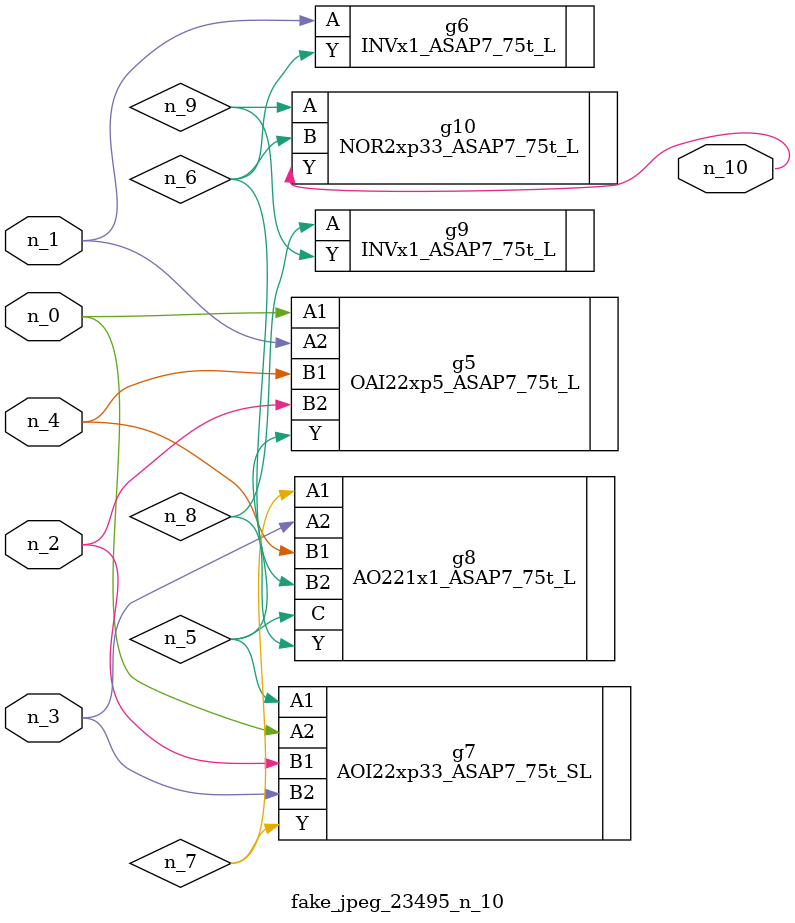
<source format=v>
module fake_jpeg_23495_n_10 (n_3, n_2, n_1, n_0, n_4, n_10);

input n_3;
input n_2;
input n_1;
input n_0;
input n_4;

output n_10;

wire n_8;
wire n_9;
wire n_6;
wire n_5;
wire n_7;

OAI22xp5_ASAP7_75t_L g5 ( 
.A1(n_0),
.A2(n_1),
.B1(n_4),
.B2(n_2),
.Y(n_5)
);

INVx1_ASAP7_75t_L g6 ( 
.A(n_1),
.Y(n_6)
);

AOI22xp33_ASAP7_75t_SL g7 ( 
.A1(n_5),
.A2(n_0),
.B1(n_2),
.B2(n_3),
.Y(n_7)
);

AO221x1_ASAP7_75t_L g8 ( 
.A1(n_7),
.A2(n_3),
.B1(n_4),
.B2(n_6),
.C(n_5),
.Y(n_8)
);

INVx1_ASAP7_75t_L g9 ( 
.A(n_8),
.Y(n_9)
);

NOR2xp33_ASAP7_75t_L g10 ( 
.A(n_9),
.B(n_6),
.Y(n_10)
);


endmodule
</source>
